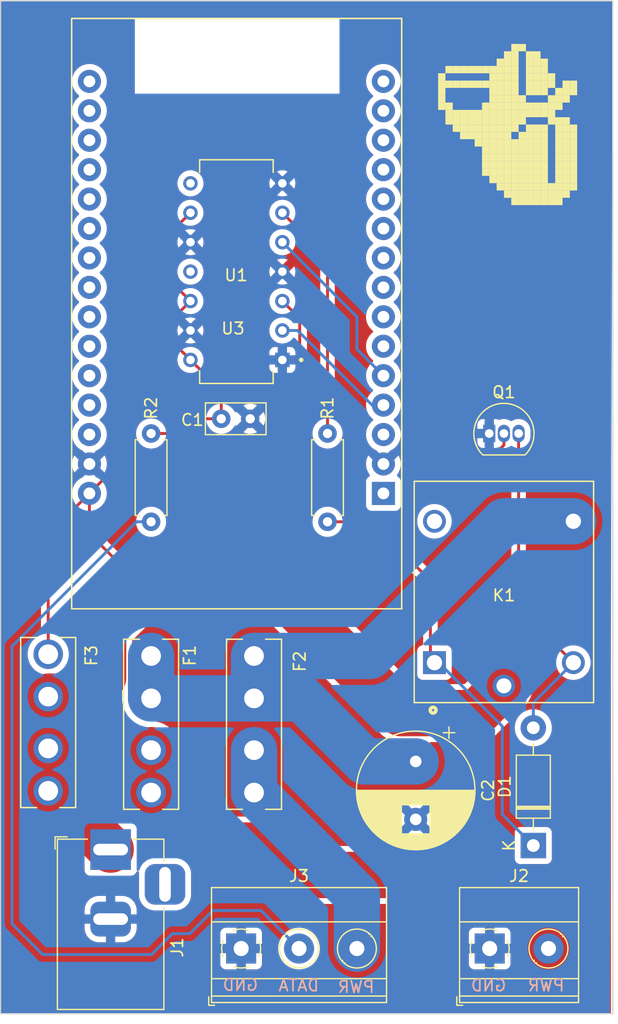
<source format=kicad_pcb>
(kicad_pcb (version 20221018) (generator pcbnew)
  (layers (0 "F.Cu" signal) (31 "B.Cu" signal) (34 "B.Paste" user) (35 "F.Paste" user) (36 "B.SilkS" user "B.Silkscreen") (37 "F.SilkS" user "F.Silkscreen") (38 "B.Mask" user) (39 "F.Mask" user) (44 "Edge.Cuts" user))
  (net 0 "")
  (net 1 "Vout-5V")
  (net 2 "Net-(D1-A)")
  (net 4 "Net-(Q1-B)")
  (net 5 "D4-5V")
  (net 6 "Net-(U1-1Y)")
  (net 7 "D2-3.3V")
  (net 35 "D4-3.3V")
  (net 36 "PWR_OUT_LED")
  (net 37 "Net-(J2-Pin_2)")
  (net 38 "LED_C+")
  (net 39 "Net-(F3-Pad1_1)")
  (net 40 "GNDREF")
  (net 41 "DATA-5V")
  (footprint "TerminalBlock_Phoenix:TerminalBlock_Phoenix_MKDS-1,5-3_1x03_P5.00mm_Horizontal" (layer "F.Cu") (at 144.94 144.78)
    (fp_text reference "J3")
    (fp_text value "Screw_Terminal_01x03")
  )
  (footprint "Resistor_THT:R_Axial_DIN0207_L6.3mm_D2.5mm_P7.62mm_Horizontal" (layer "F.Cu") (at 152.4 100.33 -90)
    (fp_text reference "R1")
    (fp_text value "1000R")
  )
  (footprint "Resistor_THT:R_Axial_DIN0207_L6.3mm_D2.5mm_P7.62mm_Horizontal" (layer "F.Cu") (at 137.16 100.33 -90)
    (fp_text reference "R2")
    (fp_text value "220R")
  )
  (footprint "Footprints & Symbols:FUSE_3544-2" (layer "F.Cu") (at 146.05 125.425 90)
    (fp_text reference "F2")
    (fp_text value "3544-2")
  )
  (footprint "Footprints & Symbols:DIP794W45P254L1930H508Q14" (layer "F.Cu") (at 144.53 86.36 180)
    (fp_text reference "U1")
    (fp_text value "SN74AHCT125PW")
  )
  (footprint "Footprints & Symbols:FUSE_3544-2" (layer "F.Cu") (at 128.27 125.275 90)
    (fp_text reference "F3")
    (fp_text value "3544-2")
  )
  (footprint "Package_TO_SOT_THT:TO-92_Inline" (layer "F.Cu") (at 166.37 100.33)
    (fp_text reference "Q1")
    (fp_text value "S8050")
  )
  (footprint "Diode_THT:D_DO-41_SOD81_P10.16mm_Horizontal" (layer "F.Cu") (at 170.18 135.89 90)
    (fp_text reference "D1")
    (fp_text value "1N4007")
  )
  (footprint "Footprints & Symbols:RELAY_SRD-05VDC-SL-C" (layer "F.Cu") (at 167.64 114.005309 90)
    (fp_text reference "K1")
    (fp_text value "SRD-05VDC-SL-C")
  )
  (footprint "Footprints & Symbols:FUSE_3544-2" (layer "F.Cu") (at 137.16 125.425 90)
    (fp_text reference "F1")
    (fp_text value "3544-2")
  )
  (footprint "Connector_BarrelJack:BarrelJack_Horizontal" (layer "F.Cu") (at 133.6625 136.24 90)
    (fp_text reference "J1")
    (fp_text value "Barrel_Jack")
  )
  (footprint "Capacitor_THT:CP_Radial_D10.0mm_P5.00mm" (layer "F.Cu") (at 160.02 128.632323 -90)
    (fp_text reference "C2")
    (fp_text value "1000uF")
  )
  (footprint "TerminalBlock_Phoenix:TerminalBlock_Phoenix_MKDS-1,5-2-5.08_1x02_P5.08mm_Horizontal" (layer "F.Cu") (at 166.41 144.78)
    (fp_text reference "J2")
    (fp_text value "Screw_Terminal_01x02")
  )
  (footprint "Capacitor_THT:C_Disc_D5.0mm_W2.5mm_P2.50mm" (layer "F.Cu") (at 143.220689 99.06)
    (fp_text reference "C1")
    (fp_text value "0.1uF")
  )
  (footprint "Footprints & Symbols:MODULE_ESP32_DEVKIT_V1" (layer "F.Cu") (at 144.53 89.985 180)
    (fp_text reference "U3")
    (fp_text value "ESP32-DEVKIT-V1")
  )
  (gr_poly (pts (xy 163.851664 69.871665) (xy 163.851664 70.503956) (xy 163.219372 70.503956) (xy 163.219372 69.871665)) (fill solid) (layer "F.SilkS"))
  (gr_poly (pts (xy 168.91 73.665416) (xy 168.91 74.297708) (xy 168.277708 74.297708) (xy 168.277708 73.665416)) (fill solid) (layer "F.SilkS"))
  (gr_poly (pts (xy 173.336043 77.459168) (xy 173.336043 78.09146) (xy 172.703751 78.09146) (xy 172.703751 77.459168)) (fill solid) (layer "F.SilkS"))
  (gr_poly (pts (xy 170.806876 71.76854) (xy 170.806876 72.400833) (xy 170.174583 72.400833) (xy 170.174583 71.76854)) (fill solid) (layer "F.SilkS"))
  (gr_poly (pts (xy 173.968336 75.562292) (xy 173.968336 76.194584) (xy 173.336043 76.194584) (xy 173.336043 75.562292)) (fill solid) (layer "F.SilkS"))
  (gr_poly (pts (xy 169.542291 79.988336) (xy 169.542291 80.620628) (xy 168.91 80.620628) (xy 168.91 79.988336)) (fill solid) (layer "F.SilkS"))
  (gr_poly (pts (xy 173.336043 70.503956) (xy 173.336043 71.136248) (xy 172.703751 71.136248) (xy 172.703751 70.503956)) (fill solid) (layer "F.SilkS"))
  (gr_poly (pts (xy 168.91 71.136248) (xy 168.91 71.76854) (xy 168.277708 71.76854) (xy 168.277708 71.136248)) (fill solid) (layer "F.SilkS"))
  (gr_poly (pts (xy 167.645416 70.503956) (xy 167.645416 71.136248) (xy 167.013124 71.136248) (xy 167.013124 70.503956)) (fill solid) (layer "F.SilkS"))
  (gr_poly (pts (xy 166.380832 69.871665) (xy 166.380832 70.503956) (xy 165.74854 70.503956) (xy 165.74854 69.871665)) (fill solid) (layer "F.SilkS"))
  (gr_poly (pts (xy 167.013124 74.297708) (xy 167.013124 74.93) (xy 166.380832 74.93) (xy 166.380832 74.297708)) (fill solid) (layer "F.SilkS"))
  (gr_poly (pts (xy 173.336043 78.723752) (xy 173.336043 79.356044) (xy 172.703751 79.356044) (xy 172.703751 78.723752)) (fill solid) (layer "F.SilkS"))
  (gr_poly (pts (xy 173.968336 76.826876) (xy 173.968336 77.459168) (xy 173.336043 77.459168) (xy 173.336043 76.826876)) (fill solid) (layer "F.SilkS"))
  (gr_poly (pts (xy 172.703751 73.033125) (xy 172.703751 73.665416) (xy 172.07146 73.665416) (xy 172.07146 73.033125)) (fill solid) (layer "F.SilkS"))
  (gr_poly (pts (xy 173.336043 73.033125) (xy 173.336043 73.665416) (xy 172.703751 73.665416) (xy 172.703751 73.033125)) (fill solid) (layer "F.SilkS"))
  (gr_poly (pts (xy 170.174583 70.503956) (xy 170.174583 71.136248) (xy 169.542291 71.136248) (xy 169.542291 70.503956)) (fill solid) (layer "F.SilkS"))
  (gr_poly (pts (xy 163.219372 68.60708) (xy 163.219372 69.239373) (xy 162.58708 69.239373) (xy 162.58708 68.60708)) (fill solid) (layer "F.SilkS"))
  (gr_poly (pts (xy 169.542291 76.826876) (xy 169.542291 77.459168) (xy 168.91 77.459168) (xy 168.91 76.826876)) (fill solid) (layer "F.SilkS"))
  (gr_poly (pts (xy 172.703751 79.988336) (xy 172.703751 80.620628) (xy 172.07146 80.620628) (xy 172.07146 79.988336)) (fill solid) (layer "F.SilkS"))
  (gr_poly (pts (xy 168.277708 69.239373) (xy 168.277708 69.871665) (xy 167.645416 69.871665) (xy 167.645416 69.239373)) (fill solid) (layer "F.SilkS"))
  (gr_poly (pts (xy 170.806876 69.871665) (xy 170.806876 70.503956) (xy 170.174583 70.503956) (xy 170.174583 69.871665)) (fill solid) (layer "F.SilkS"))
  (gr_poly (pts (xy 164.483956 72.400833) (xy 164.483956 73.033125) (xy 163.851664 73.033125) (xy 163.851664 72.400833)) (fill solid) (layer "F.SilkS"))
  (gr_poly (pts (xy 172.703751 71.76854) (xy 172.703751 72.400833) (xy 172.07146 72.400833) (xy 172.07146 71.76854)) (fill solid) (layer "F.SilkS"))
  (gr_poly (pts (xy 168.91 67.342497) (xy 168.91 67.974788) (xy 168.277708 67.974788) (xy 168.277708 67.342497)) (fill solid) (layer "F.SilkS"))
  (gr_poly (pts (xy 168.277708 78.723752) (xy 168.277708 79.356044) (xy 167.645416 79.356044) (xy 167.645416 78.723752)) (fill solid) (layer "F.SilkS"))
  (gr_poly (pts (xy 167.645416 76.194584) (xy 167.645416 76.826876) (xy 167.013124 76.826876) (xy 167.013124 76.194584)) (fill solid) (layer "F.SilkS"))
  (gr_poly (pts (xy 172.07146 79.356044) (xy 172.07146 79.988336) (xy 171.439168 79.988336) (xy 171.439168 79.356044)) (fill solid) (layer "F.SilkS"))
  (gr_poly (pts (xy 170.806876 79.356044) (xy 170.806876 79.988336) (xy 170.174583 79.988336) (xy 170.174583 79.356044)) (fill solid) (layer "F.SilkS"))
  (gr_poly (pts (xy 171.439168 70.503956) (xy 171.439168 71.136248) (xy 170.806876 71.136248) (xy 170.806876 70.503956)) (fill solid) (layer "F.SilkS"))
  (gr_poly (pts (xy 170.174583 72.400833) (xy 170.174583 73.033125) (xy 169.542291 73.033125) (xy 169.542291 72.400833)) (fill solid) (layer "F.SilkS"))
  (gr_poly (pts (xy 166.380832 74.297708) (xy 166.380832 74.93) (xy 165.74854 74.93) (xy 165.74854 74.297708)) (fill solid) (layer "F.SilkS"))
  (gr_poly (pts (xy 170.174583 68.60708) (xy 170.174583 69.239373) (xy 169.542291 69.239373) (xy 169.542291 68.60708)) (fill solid) (layer "F.SilkS"))
  (gr_poly (pts (xy 170.174583 74.297708) (xy 170.174583 74.93) (xy 169.542291 74.93) (xy 169.542291 74.297708)) (fill solid) (layer "F.SilkS"))
  (gr_poly (pts (xy 166.380832 73.665416) (xy 166.380832 74.297708) (xy 165.74854 74.297708) (xy 165.74854 73.665416)) (fill solid) (layer "F.SilkS"))
  (gr_poly (pts (xy 166.380832 75.562292) (xy 166.380832 76.194584) (xy 165.74854 76.194584) (xy 165.74854 75.562292)) (fill solid) (layer "F.SilkS"))
  (gr_poly (pts (xy 170.174583 69.239373) (xy 170.174583 69.871665) (xy 169.542291 69.871665) (xy 169.542291 69.239373)) (fill solid) (layer "F.SilkS"))
  (gr_poly (pts (xy 172.07146 78.723752) (xy 172.07146 79.356044) (xy 171.439168 79.356044) (xy 171.439168 78.723752)) (fill solid) (layer "F.SilkS"))
  (gr_poly (pts (xy 164.483956 73.665416) (xy 164.483956 74.297708) (xy 163.851664 74.297708) (xy 163.851664 73.665416)) (fill solid) (layer "F.SilkS"))
  (gr_poly (pts (xy 173.968336 78.09146) (xy 173.968336 78.723752) (xy 173.336043 78.723752) (xy 173.336043 78.09146)) (fill solid) (layer "F.SilkS"))
  (gr_poly (pts (xy 173.336043 71.136248) (xy 173.336043 71.76854) (xy 172.703751 71.76854) (xy 172.703751 71.136248)) (fill solid) (layer "F.SilkS"))
  (gr_poly (pts (xy 171.439168 78.723752) (xy 171.439168 79.356044) (xy 170.806876 79.356044) (xy 170.806876 78.723752)) (fill solid) (layer "F.SilkS"))
  (gr_poly (pts (xy 170.806876 75.562292) (xy 170.806876 76.194584) (xy 170.174583 76.194584) (xy 170.174583 75.562292)) (fill solid) (layer "F.SilkS"))
  (gr_poly (pts (xy 171.439168 79.988336) (xy 171.439168 80.620628) (xy 170.806876 80.620628) (xy 170.806876 79.988336)) (fill solid) (layer "F.SilkS"))
  (gr_poly (pts (xy 171.439168 72.400833) (xy 171.439168 73.033125) (xy 170.806876 73.033125) (xy 170.806876 72.400833)) (fill solid) (layer "F.SilkS"))
  (gr_poly (pts (xy 168.277708 73.033125) (xy 168.277708 73.665416) (xy 167.645416 73.665416) (xy 167.645416 73.033125)) (fill solid) (layer "F.SilkS"))
  (gr_poly (pts (xy 162.58708 71.136248) (xy 162.58708 71.76854) (xy 161.954788 71.76854) (xy 161.954788 71.136248)) (fill solid) (layer "F.SilkS"))
  (gr_poly (pts (xy 168.277708 76.826876) (xy 168.277708 77.459168) (xy 167.645416 77.459168) (xy 167.645416 76.826876)) (fill solid) (layer "F.SilkS"))
  (gr_poly (pts (xy 163.851664 72.400833) (xy 163.851664 73.033125) (xy 163.219372 73.033125) (xy 163.219372 72.400833)) (fill solid) (layer "F.SilkS"))
  (gr_poly (pts (xy 170.174583 77.459168) (xy 170.174583 78.09146) (xy 169.542291 78.09146) (xy 169.542291 77.459168)) (fill solid) (layer "F.SilkS"))
  (gr_poly (pts (xy 168.91 76.194584) (xy 168.91 76.826876) (xy 168.277708 76.826876) (xy 168.277708 76.194584)) (fill solid) (layer "F.SilkS"))
  (gr_poly (pts (xy 171.439168 77.459168) (xy 171.439168 78.09146) (xy 170.806876 78.09146) (xy 170.806876 77.459168)) (fill solid) (layer "F.SilkS"))
  (gr_poly (pts (xy 169.542291 73.033125) (xy 169.542291 73.665416) (xy 168.91 73.665416) (xy 168.91 73.033125)) (fill solid) (layer "F.SilkS"))
  (gr_poly (pts (xy 165.74854 73.665416) (xy 165.74854 74.297708) (xy 165.116248 74.297708) (xy 165.116248 73.665416)) (fill solid) (layer "F.SilkS"))
  (gr_poly (pts (xy 167.645416 72.400833) (xy 167.645416 73.033125) (xy 167.013124 73.033125) (xy 167.013124 72.400833)) (fill solid) (layer "F.SilkS"))
  (gr_poly (pts (xy 172.07146 73.033125) (xy 172.07146 73.665416) (xy 171.439168 73.665416) (xy 171.439168 73.033125)) (fill solid) (layer "F.SilkS"))
  (gr_poly (pts (xy 173.968336 78.723752) (xy 173.968336 79.356044) (xy 173.336043 79.356044) (xy 173.336043 78.723752)) (fill solid) (layer "F.SilkS"))
  (gr_poly (pts (xy 172.07146 69.871665) (xy 172.07146 70.503956) (xy 171.439168 70.503956) (xy 171.439168 69.871665)) (fill solid) (layer "F.SilkS"))
  (gr_poly (pts (xy 166.380832 76.826876) (xy 166.380832 77.459168) (xy 165.74854 77.459168) (xy 165.74854 76.826876)) (fill solid) (layer "F.SilkS"))
  (gr_poly (pts (xy 170.174583 71.76854) (xy 170.174583 72.400833) (xy 169.542291 72.400833) (xy 169.542291 71.76854)) (fill solid) (layer "F.SilkS"))
  (gr_poly (pts (xy 165.116248 73.665416) (xy 165.116248 74.297708) (xy 164.483956 74.297708) (xy 164.483956 73.665416)) (fill solid) (layer "F.SilkS"))
  (gr_poly (pts (xy 170.174583 76.194584) (xy 170.174583 76.826876) (xy 169.542291 76.826876) (xy 169.542291 76.194584)) (fill solid) (layer "F.SilkS"))
  (gr_poly (pts (xy 168.277708 74.93) (xy 168.277708 75.562292) (xy 167.645416 75.562292) (xy 167.645416 74.93)) (fill solid) (layer "F.SilkS"))
  (gr_poly (pts (xy 163.851664 68.60708) (xy 163.851664 69.239373) (xy 163.219372 69.239373) (xy 163.219372 68.60708)) (fill solid) (layer "F.SilkS"))
  (gr_poly (pts (xy 173.336043 74.93) (xy 173.336043 75.562292) (xy 172.703751 75.562292) (xy 172.703751 74.93)) (fill solid) (layer "F.SilkS"))
  (gr_poly (pts (xy 168.277708 79.356044) (xy 168.277708 79.988336) (xy 167.645416 79.988336) (xy 167.645416 79.356044)) (fill solid) (layer "F.SilkS"))
  (gr_poly (pts (xy 171.439168 73.665416) (xy 171.439168 74.297708) (xy 170.806876 74.297708) (xy 170.806876 73.665416)) (fill solid) (layer "F.SilkS"))
  (gr_poly (pts (xy 172.703751 76.826876) (xy 172.703751 77.459168) (xy 172.07146 77.459168) (xy 172.07146 76.826876)) (fill solid) (layer "F.SilkS"))
  (gr_poly (pts (xy 171.439168 78.09146) (xy 171.439168 78.723752) (xy 170.806876 78.723752) (xy 170.806876 78.09146)) (fill solid) (layer "F.SilkS"))
  (gr_poly (pts (xy 170.174583 78.09146) (xy 170.174583 78.723752) (xy 169.542291 78.723752) (xy 169.542291 78.09146)) (fill solid) (layer "F.SilkS"))
  (gr_poly (pts (xy 168.277708 72.400833) (xy 168.277708 73.033125) (xy 167.645416 73.033125) (xy 167.645416 72.400833)) (fill solid) (layer "F.SilkS"))
  (gr_poly (pts (xy 167.013124 73.665416) (xy 167.013124 74.297708) (xy 166.380832 74.297708) (xy 166.380832 73.665416)) (fill solid) (layer "F.SilkS"))
  (gr_poly (pts (xy 167.645416 76.826876) (xy 167.645416 77.459168) (xy 167.013124 77.459168) (xy 167.013124 76.826876)) (fill solid) (layer "F.SilkS"))
  (gr_poly (pts (xy 165.74854 74.93) (xy 165.74854 75.562292) (xy 165.116248 75.562292) (xy 165.116248 74.93)) (fill solid) (layer "F.SilkS"))
  (gr_poly (pts (xy 167.013124 72.400833) (xy 167.013124 73.033125) (xy 166.380832 73.033125) (xy 166.380832 72.400833)) (fill solid) (layer "F.SilkS"))
  (gr_poly (pts (xy 173.336043 73.665416) (xy 173.336043 74.297708) (xy 172.703751 74.297708) (xy 172.703751 73.665416)) (fill solid) (layer "F.SilkS"))
  (gr_poly (pts (xy 167.645416 74.93) (xy 167.645416 75.562292) (xy 167.013124 75.562292) (xy 167.013124 74.93)) (fill solid) (layer "F.SilkS"))
  (gr_poly (pts (xy 167.645416 71.136248) (xy 167.645416 71.76854) (xy 167.013124 71.76854) (xy 167.013124 71.136248)) (fill solid) (layer "F.SilkS"))
  (gr_poly (pts (xy 165.116248 74.297708) (xy 165.116248 74.93) (xy 164.483956 74.93) (xy 164.483956 74.297708)) (fill solid) (layer "F.SilkS"))
  (gr_poly (pts (xy 165.74854 74.297708) (xy 165.74854 74.93) (xy 165.116248 74.93) (xy 165.116248 74.297708)) (fill solid) (layer "F.SilkS"))
  (gr_poly (pts (xy 168.91 66.710205) (xy 168.91 67.342497) (xy 168.277708 67.342497) (xy 168.277708 66.710205)) (fill solid) (layer "F.SilkS"))
  (gr_poly (pts (xy 168.91 69.871665) (xy 168.91 70.503956) (xy 168.277708 70.503956) (xy 168.277708 69.871665)) (fill solid) (layer "F.SilkS"))
  (gr_poly (pts (xy 168.277708 67.342497) (xy 168.277708 67.974788) (xy 167.645416 67.974788) (xy 167.645416 67.342497)) (fill solid) (layer "F.SilkS"))
  (gr_poly (pts (xy 172.703751 77.459168) (xy 172.703751 78.09146) (xy 172.07146 78.09146) (xy 172.07146 77.459168)) (fill solid) (layer "F.SilkS"))
  (gr_poly (pts (xy 162.58708 69.871665) (xy 162.58708 70.503956) (xy 161.954788 70.503956) (xy 161.954788 69.871665)) (fill solid) (layer "F.SilkS"))
  (gr_poly (pts (xy 172.703751 79.356044) (xy 172.703751 79.988336) (xy 172.07146 79.988336) (xy 172.07146 79.356044)) (fill solid) (layer "F.SilkS"))
  (gr_poly (pts (xy 169.542291 78.09146) (xy 169.542291 78.723752) (xy 168.91 78.723752) (xy 168.91 78.09146)) (fill solid) (layer "F.SilkS"))
  (gr_poly (pts (xy 163.219372 69.871665) (xy 163.219372 70.503956) (xy 162.58708 70.503956) (xy 162.58708 69.871665)) (fill solid) (layer "F.SilkS"))
  (gr_poly (pts (xy 167.645416 73.665416) (xy 167.645416 74.297708) (xy 167.013124 74.297708) (xy 167.013124 73.665416)) (fill solid) (layer "F.SilkS"))
  (gr_poly (pts (xy 170.174583 69.871665) (xy 170.174583 70.503956) (xy 169.542291 70.503956) (xy 169.542291 69.871665)) (fill solid) (layer "F.SilkS"))
  (gr_poly (pts (xy 172.703751 73.665416) (xy 172.703751 74.297708) (xy 172.07146 74.297708) (xy 172.07146 73.665416)) (fill solid) (layer "F.SilkS"))
  (gr_poly (pts (xy 164.483956 73.033125) (xy 164.483956 73.665416) (xy 163.851664 73.665416) (xy 163.851664 73.033125)) (fill solid) (layer "F.SilkS"))
  (gr_poly (pts (xy 173.968336 69.871665) (xy 173.968336 70.503956) (xy 173.336043 70.503956) (xy 173.336043 69.871665)) (fill solid) (layer "F.SilkS"))
  (gr_poly (pts (xy 170.174583 67.974788) (xy 170.174583 68.60708) (xy 169.542291 68.60708) (xy 169.542291 67.974788)) (fill solid) (layer "F.SilkS"))
  (gr_poly (pts (xy 172.07146 71.76854) (xy 172.07146 72.400833) (xy 171.439168 72.400833) (xy 171.439168 71.76854)) (fill solid) (layer "F.SilkS"))
  (gr_poly (pts (xy 173.336043 78.09146) (xy 173.336043 78.723752) (xy 172.703751 78.723752) (xy 172.703751 78.09146)) (fill solid) (layer "F.SilkS"))
  (gr_poly (pts (xy 173.336043 79.356044) (xy 173.336043 79.988336) (xy 172.703751 79.988336) (xy 172.703751 79.356044)) (fill solid) (layer "F.SilkS"))
  (gr_poly (pts (xy 172.703751 78.723752) (xy 172.703751 79.356044) (xy 172.07146 79.356044) (xy 172.07146 78.723752)) (fill solid) (layer "F.SilkS"))
  (gr_poly (pts (xy 173.968336 76.194584) (xy 173.968336 76.826876) (xy 173.336043 76.826876) (xy 173.336043 76.194584)) (fill solid) (layer "F.SilkS"))
  (gr_poly (pts (xy 167.013124 71.76854) (xy 167.013124 72.400833) (xy 166.380832 72.400833) (xy 166.380832 71.76854)) (fill solid) (layer "F.SilkS"))
  (gr_poly (pts (xy 168.91 73.033125) (xy 168.91 73.665416) (xy 168.277708 73.665416) (xy 168.277708 73.033125)) (fill solid) (layer "F.SilkS"))
  (gr_poly (pts (xy 162.58708 71.76854) (xy 162.58708 72.400833) (xy 161.954788 72.400833) (xy 161.954788 71.76854)) (fill solid) (layer "F.SilkS"))
  (gr_poly (pts (xy 167.645416 71.76854) (xy 167.645416 72.400833) (xy 167.013124 72.400833) (xy 167.013124 71.76854)) (fill solid) (layer "F.SilkS"))
  (gr_poly (pts (xy 169.542291 78.723752) (xy 169.542291 79.356044) (xy 168.91 79.356044) (xy 168.91 78.723752)) (fill solid) (layer "F.SilkS"))
  (gr_poly (pts (xy 167.013124 71.136248) (xy 167.013124 71.76854) (xy 166.380832 71.76854) (xy 166.380832 71.136248)) (fill solid) (layer "F.SilkS"))
  (gr_poly (pts (xy 170.806876 74.297708) (xy 170.806876 74.93) (xy 170.174583 74.93) (xy 170.174583 74.297708)) (fill solid) (layer "F.SilkS"))
  (gr_poly (pts (xy 163.219372 72.400833) (xy 163.219372 73.033125) (xy 162.58708 73.033125) (xy 162.58708 72.400833)) (fill solid) (layer "F.SilkS"))
  (gr_poly (pts (xy 171.439168 69.239373) (xy 171.439168 69.871665) (xy 170.806876 69.871665) (xy 170.806876 69.239373)) (fill solid) (layer "F.SilkS"))
  (gr_poly (pts (xy 168.277708 76.194584) (xy 168.277708 76.826876) (xy 167.645416 76.826876) (xy 167.645416 76.194584)) (fill solid) (layer "F.SilkS"))
  (gr_poly (pts (xy 167.013124 78.09146) (xy 167.013124 78.723752) (xy 166.380832 78.723752) (xy 166.380832 78.09146)) (fill solid) (layer "F.SilkS"))
  (gr_poly (pts (xy 162.58708 70.503956) (xy 162.58708 71.136248) (xy 161.954788 71.136248) (xy 161.954788 70.503956)) (fill solid) (layer "F.SilkS"))
  (gr_poly (pts (xy 166.380832 72.400833) (xy 166.380832 73.033125) (xy 165.74854 73.033125) (xy 165.74854 72.400833)) (fill solid) (layer "F.SilkS"))
  (gr_poly (pts (xy 169.542291 71.76854) (xy 169.542291 72.400833) (xy 168.91 72.400833) (xy 168.91 71.76854)) (fill solid) (layer "F.SilkS"))
  (gr_poly (pts (xy 166.380832 68.60708) (xy 166.380832 69.239373) (xy 165.74854 69.239373) (xy 165.74854 68.60708)) (fill solid) (layer "F.SilkS"))
  (gr_poly (pts (xy 170.806876 78.723752) (xy 170.806876 79.356044) (xy 170.174583 79.356044) (xy 170.174583 78.723752)) (fill solid) (layer "F.SilkS"))
  (gr_poly (pts (xy 170.806876 79.988336) (xy 170.806876 80.620628) (xy 170.174583 80.620628) (xy 170.174583 79.988336)) (fill solid) (layer "F.SilkS"))
  (gr_poly (pts (xy 165.74854 72.400833) (xy 165.74854 73.033125) (xy 165.116248 73.033125) (xy 165.116248 72.400833)) (fill solid) (layer "F.SilkS"))
  (gr_poly (pts (xy 165.116248 69.871665) (xy 165.116248 70.503956) (xy 164.483956 70.503956) (xy 164.483956 69.871665)) (fill solid) (layer "F.SilkS"))
  (gr_poly (pts (xy 168.91 69.239373) (xy 168.91 69.871665) (xy 168.277708 69.871665) (xy 168.277708 69.239373)) (fill solid) (layer "F.SilkS"))
  (gr_poly (pts (xy 173.968336 74.297708) (xy 173.968336 74.93) (xy 173.336043 74.93) (xy 173.336043 74.297708)) (fill solid) (layer "F.SilkS"))
  (gr_poly (pts (xy 164.483956 74.297708) (xy 164.483956 74.93) (xy 163.851664 74.93) (xy 163.851664 74.297708)) (fill solid) (layer "F.SilkS"))
  (gr_poly (pts (xy 172.07146 71.136248) (xy 172.07146 71.76854) (xy 171.439168 71.76854) (xy 171.439168 71.136248)) (fill solid) (layer "F.SilkS"))
  (gr_poly (pts (xy 169.542291 79.356044) (xy 169.542291 79.988336) (xy 168.91 79.988336) (xy 168.91 79.356044)) (fill solid) (layer "F.SilkS"))
  (gr_poly (pts (xy 170.806876 67.342497) (xy 170.806876 67.974788) (xy 170.174583 67.974788) (xy 170.174583 67.342497)) (fill solid) (layer "F.SilkS"))
  (gr_poly (pts (xy 173.336043 76.826876) (xy 173.336043 77.459168) (xy 172.703751 77.459168) (xy 172.703751 76.826876)) (fill solid) (layer "F.SilkS"))
  (gr_poly (pts (xy 167.013124 76.194584) (xy 167.013124 76.826876) (xy 166.380832 76.826876) (xy 166.380832 76.194584)) (fill solid) (layer "F.SilkS"))
  (gr_poly (pts (xy 170.806876 70.503956) (xy 170.806876 71.136248) (xy 170.174583 71.136248) (xy 170.174583 70.503956)) (fill solid) (layer "F.SilkS"))
  (gr_poly (pts (xy 173.336043 75.562292) (xy 173.336043 76.194584) (xy 172.703751 76.194584) (xy 172.703751 75.562292)) (fill solid) (layer "F.SilkS"))
  (gr_poly (pts (xy 167.013124 68.60708) (xy 167.013124 69.239373) (xy 166.380832 69.239373) (xy 166.380832 68.60708)) (fill solid) (layer "F.SilkS"))
  (gr_poly (pts (xy 168.91 71.76854) (xy 168.91 72.400833) (xy 168.277708 72.400833) (xy 168.277708 71.76854)) (fill solid) (layer "F.SilkS"))
  (gr_poly (pts (xy 170.174583 67.342497) (xy 170.174583 67.974788) (xy 169.542291 67.974788) (xy 169.542291 67.342497)) (fill solid) (layer "F.SilkS"))
  (gr_poly (pts (xy 167.013124 69.239373) (xy 167.013124 69.871665) (xy 166.380832 69.871665) (xy 166.380832 69.239373)) (fill solid) (layer "F.SilkS"))
  (gr_poly (pts (xy 167.645416 77.459168) (xy 167.645416 78.09146) (xy 167.013124 78.09146) (xy 167.013124 77.459168)) (fill solid) (layer "F.SilkS"))
  (gr_poly (pts (xy 168.277708 77.459168) (xy 168.277708 78.09146) (xy 167.645416 78.09146) (xy 167.645416 77.459168)) (fill solid) (layer "F.SilkS"))
  (gr_poly (pts (xy 168.277708 68.60708) (xy 168.277708 69.239373) (xy 167.645416 69.239373) (xy 167.645416 68.60708)) (fill solid) (layer "F.SilkS"))
  (gr_poly (pts (xy 172.07146 69.239373) (xy 172.07146 69.871665) (xy 171.439168 69.871665) (xy 171.439168 69.239373)) (fill solid) (layer "F.SilkS"))
  (gr_poly (pts (xy 169.542291 74.93) (xy 169.542291 75.562292) (xy 168.91 75.562292) (xy 168.91 74.93)) (fill solid) (layer "F.SilkS"))
  (gr_poly (pts (xy 170.174583 75.562292) (xy 170.174583 76.194584) (xy 169.542291 76.194584) (xy 169.542291 75.562292)) (fill solid) (layer "F.SilkS"))
  (gr_poly (pts (xy 166.380832 74.93) (xy 166.380832 75.562292) (xy 165.74854 75.562292) (xy 165.74854 74.93)) (fill solid) (layer "F.SilkS"))
  (gr_poly (pts (xy 172.703751 74.93) (xy 172.703751 75.562292) (xy 172.07146 75.562292) (xy 172.07146 74.93)) (fill solid) (layer "F.SilkS"))
  (gr_poly (pts (xy 167.013124 75.562292) (xy 167.013124 76.194584) (xy 166.380832 76.194584) (xy 166.380832 75.562292)) (fill solid) (layer "F.SilkS"))
  (gr_poly (pts (xy 170.806876 74.93) (xy 170.806876 75.562292) (xy 170.174583 75.562292) (xy 170.174583 74.93)) (fill solid) (layer "F.SilkS"))
  (gr_poly (pts (xy 169.542291 76.194584) (xy 169.542291 76.826876) (xy 168.91 76.826876) (xy 168.91 76.194584)) (fill solid) (layer "F.SilkS"))
  (gr_poly (pts (xy 168.91 78.723752) (xy 168.91 79.356044) (xy 168.277708 79.356044) (xy 168.277708 78.723752)) (fill solid) (layer "F.SilkS"))
  (gr_poly (pts (xy 168.277708 70.503956) (xy 168.277708 71.136248) (xy 167.645416 71.136248) (xy 167.645416 70.503956)) (fill solid) (layer "F.SilkS"))
  (gr_poly (pts (xy 167.645416 68.60708) (xy 167.645416 69.239373) (xy 167.013124 69.239373) (xy 167.013124 68.60708)) (fill solid) (layer "F.SilkS"))
  (gr_poly (pts (xy 167.645416 78.723752) (xy 167.645416 79.356044) (xy 167.013124 79.356044) (xy 167.013124 78.723752)) (fill solid) (layer "F.SilkS"))
  (gr_poly (pts (xy 172.07146 72.400833) (xy 172.07146 73.033125) (xy 171.439168 73.033125) (xy 171.439168 72.400833)) (fill solid) (layer "F.SilkS"))
  (gr_poly (pts (xy 168.91 76.826876) (xy 168.91 77.459168) (xy 168.277708 77.459168) (xy 168.277708 76.826876)) (fill solid) (layer "F.SilkS"))
  (gr_poly (pts (xy 168.91 75.562292) (xy 168.91 76.194584) (xy 168.277708 76.194584) (xy 168.277708 75.562292)) (fill solid) (layer "F.SilkS"))
  (gr_poly (pts (xy 167.645416 73.033125) (xy 167.645416 73.665416) (xy 167.013124 73.665416) (xy 167.013124 73.033125)) (fill solid) (layer "F.SilkS"))
  (gr_poly (pts (xy 162.58708 69.239373) (xy 162.58708 69.871665) (xy 161.954788 69.871665) (xy 161.954788 69.239373)) (fill solid) (layer "F.SilkS"))
  (gr_poly (pts (xy 167.645416 69.239373) (xy 167.645416 69.871665) (xy 167.013124 69.871665) (xy 167.013124 69.239373)) (fill solid) (layer "F.SilkS"))
  (gr_poly (pts (xy 170.174583 74.93) (xy 170.174583 75.562292) (xy 169.542291 75.562292) (xy 169.542291 74.93)) (fill solid) (layer "F.SilkS"))
  (gr_poly (pts (xy 173.336043 74.297708) (xy 173.336043 74.93) (xy 172.703751 74.93) (xy 172.703751 74.297708)) (fill solid) (layer "F.SilkS"))
  (gr_poly (pts (xy 170.806876 76.194584) (xy 170.806876 76.826876) (xy 170.174583 76.826876) (xy 170.174583 76.194584)) (fill solid) (layer "F.SilkS"))
  (gr_poly (pts (xy 164.483956 68.60708) (xy 164.483956 69.239373) (xy 163.851664 69.239373) (xy 163.851664 68.60708)) (fill solid) (layer "F.SilkS"))
  (gr_poly (pts (xy 172.703751 75.562292) (xy 172.703751 76.194584) (xy 172.07146 76.194584) (xy 172.07146 75.562292)) (fill solid) (layer "F.SilkS"))
  (gr_poly (pts (xy 166.380832 73.033125) (xy 166.380832 73.665416) (xy 165.74854 73.665416) (xy 165.74854 73.033125)) (fill solid) (layer "F.SilkS"))
  (gr_poly (pts (xy 167.013124 77.459168) (xy 167.013124 78.09146) (xy 166.380832 78.09146) (xy 166.380832 77.459168)) (fill solid) (layer "F.SilkS"))
  (gr_poly (pts (xy 171.439168 67.974788) (xy 171.439168 68.60708) (xy 170.806876 68.60708) (xy 170.806876 67.974788)) (fill solid) (layer "F.SilkS"))
  (gr_poly (pts (xy 170.174583 76.826876) (xy 170.174583 77.459168) (xy 169.542291 77.459168) (xy 169.542291 76.826876)) (fill solid) (layer "F.SilkS"))
  (gr_poly (pts (xy 163.851664 73.033125) (xy 163.851664 73.665416) (xy 163.219372 73.665416) (xy 163.219372 73.033125)) (fill solid) (layer "F.SilkS"))
  (gr_poly (pts (xy 170.806876 69.239373) (xy 170.806876 69.871665) (xy 170.174583 69.871665) (xy 170.174583 69.239373)) (fill solid) (layer "F.SilkS"))
  (gr_poly (pts (xy 168.91 79.356044) (xy 168.91 79.988336) (xy 168.277708 79.988336) (xy 168.277708 79.356044)) (fill solid) (layer "F.SilkS"))
  (gr_poly (pts (xy 171.439168 75.562292) (xy 171.439168 76.194584) (xy 170.806876 76.194584) (xy 170.806876 75.562292)) (fill solid) (layer "F.SilkS"))
  (gr_poly (pts (xy 170.806876 72.400833) (xy 170.806876 73.033125) (xy 170.174583 73.033125) (xy 170.174583 72.400833)) (fill solid) (layer "F.SilkS"))
  (gr_poly (pts (xy 167.013124 69.871665) (xy 167.013124 70.503956) (xy 166.380832 70.503956) (xy 166.380832 69.871665)) (fill solid) (layer "F.SilkS"))
  (gr_poly (pts (xy 168.91 77.459168) (xy 168.91 78.09146) (xy 168.277708 78.09146) (xy 168.277708 77.459168)) (fill solid) (layer "F.SilkS"))
  (gr_poly (pts (xy 169.542291 74.297708) (xy 169.542291 74.93) (xy 168.91 74.93) (xy 168.91 74.297708)) (fill solid) (layer "F.SilkS"))
  (gr_poly (pts (xy 171.439168 69.871665) (xy 171.439168 70.503956) (xy 170.806876 70.503956) (xy 170.806876 69.871665)) (fill solid) (layer "F.SilkS"))
  (gr_poly (pts (xy 172.703751 78.09146) (xy 172.703751 78.723752) (xy 172.07146 78.723752) (xy 172.07146 78.09146)) (fill solid) (layer "F.SilkS"))
  (gr_poly (pts (xy 172.703751 76.194584) (xy 172.703751 76.826876) (xy 172.07146 76.826876) (xy 172.07146 76.194584)) (fill solid) (layer "F.SilkS"))
  (gr_poly (pts (xy 167.645416 69.871665) (xy 167.645416 70.503956) (xy 167.013124 70.503956) (xy 167.013124 69.871665)) (fill solid) (layer "F.SilkS"))
  (gr_poly (pts (xy 167.013124 70.503956) (xy 167.013124 71.136248) (xy 166.380832 71.136248) (xy 166.380832 70.503956)) (fill solid) (layer "F.SilkS"))
  (gr_poly (pts (xy 170.806876 77.459168) (xy 170.806876 78.09146) (xy 170.174583 78.09146) (xy 170.174583 77.459168)) (fill solid) (layer "F.SilkS"))
  (gr_poly (pts (xy 173.336043 76.194584) (xy 173.336043 76.826876) (xy 172.703751 76.826876) (xy 172.703751 76.194584)) (fill solid) (layer "F.SilkS"))
  (gr_poly (pts (xy 170.806876 68.60708) (xy 170.806876 69.239373) (xy 170.174583 69.239373) (xy 170.174583 68.60708)) (fill solid) (layer "F.SilkS"))
  (gr_poly (pts (xy 169.542291 77.459168) (xy 169.542291 78.09146) (xy 168.91 78.09146) (xy 168.91 77.459168)) (fill solid) (layer "F.SilkS"))
  (gr_poly (pts (xy 167.645416 74.297708) (xy 167.645416 74.93) (xy 167.013124 74.93) (xy 167.013124 74.297708)) (fill solid) (layer "F.SilkS"))
  (gr_poly (pts (xy 170.174583 78.723752) (xy 170.174583 79.356044) (xy 169.542291 79.356044) (xy 169.542291 78.723752)) (fill solid) (layer "F.SilkS"))
  (gr_poly (pts (xy 166.380832 76.194584) (xy 166.380832 76.826876) (xy 165.74854 76.826876) (xy 165.74854 76.194584)) (fill solid) (layer "F.SilkS"))
  (gr_poly (pts (xy 172.07146 79.988336) (xy 172.07146 80.620628) (xy 171.439168 80.620628) (xy 171.439168 79.988336)) (fill solid) (layer "F.SilkS"))
  (gr_poly (pts (xy 173.968336 77.459168) (xy 173.968336 78.09146) (xy 173.336043 78.09146) (xy 173.336043 77.459168)) (fill solid) (layer "F.SilkS"))
  (gr_poly (pts (xy 168.277708 78.09146) (xy 168.277708 78.723752) (xy 167.645416 78.723752) (xy 167.645416 78.09146)) (fill solid) (layer "F.SilkS"))
  (gr_poly (pts (xy 168.91 78.09146) (xy 168.91 78.723752) (xy 168.277708 78.723752) (xy 168.277708 78.09146)) (fill solid) (layer "F.SilkS"))
  (gr_poly (pts (xy 168.277708 75.562292) (xy 168.277708 76.194584) (xy 167.645416 76.194584) (xy 167.645416 75.562292)) (fill solid) (layer "F.SilkS"))
  (gr_poly (pts (xy 166.380832 77.459168) (xy 166.380832 78.09146) (xy 165.74854 78.09146) (xy 165.74854 77.459168)) (fill solid) (layer "F.SilkS"))
  (gr_poly (pts (xy 167.013124 76.826876) (xy 167.013124 77.459168) (xy 166.380832 77.459168) (xy 166.380832 76.826876)) (fill solid) (layer "F.SilkS"))
  (gr_poly (pts (xy 173.968336 73.665416) (xy 173.968336 74.297708) (xy 173.336043 74.297708) (xy 173.336043 73.665416)) (fill solid) (layer "F.SilkS"))
  (gr_poly (pts (xy 169.542291 75.562292) (xy 169.542291 76.194584) (xy 168.91 76.194584) (xy 168.91 75.562292)) (fill solid) (layer "F.SilkS"))
  (gr_poly (pts (xy 171.439168 68.60708) (xy 171.439168 69.239373) (xy 170.806876 69.239373) (xy 170.806876 68.60708)) (fill solid) (layer "F.SilkS"))
  (gr_poly (pts (xy 165.116248 68.60708) (xy 165.116248 69.239373) (xy 164.483956 69.239373) (xy 164.483956 68.60708)) (fill solid) (layer "F.SilkS"))
  (gr_poly (pts (xy 171.439168 79.356044) (xy 171.439168 79.988336) (xy 170.806876 79.988336) (xy 170.806876 79.356044)) (fill solid) (layer "F.SilkS"))
  (gr_poly (pts (xy 170.806876 78.09146) (xy 170.806876 78.723752) (xy 170.174583 78.723752) (xy 170.174583 78.09146)) (fill solid) (layer "F.SilkS"))
  (gr_poly (pts (xy 165.74854 68.60708) (xy 165.74854 69.239373) (xy 165.116248 69.239373) (xy 165.116248 68.60708)) (fill solid) (layer "F.SilkS"))
  (gr_poly (pts (xy 168.91 70.503956) (xy 168.91 71.136248) (xy 168.277708 71.136248) (xy 168.277708 70.503956)) (fill solid) (layer "F.SilkS"))
  (gr_poly (pts (xy 172.703751 74.297708) (xy 172.703751 74.93) (xy 172.07146 74.93) (xy 172.07146 74.297708)) (fill solid) (layer "F.SilkS"))
  (gr_poly (pts (xy 170.806876 76.826876) (xy 170.806876 77.459168) (xy 170.174583 77.459168) (xy 170.174583 76.826876)) (fill solid) (layer "F.SilkS"))
  (gr_poly (pts (xy 165.116248 72.400833) (xy 165.116248 73.033125) (xy 164.483956 73.033125) (xy 164.483956 72.400833)) (fill solid) (layer "F.SilkS"))
  (gr_poly (pts (xy 168.91 79.988336) (xy 168.91 80.620628) (xy 168.277708 80.620628) (xy 168.277708 79.988336)) (fill solid) (layer "F.SilkS"))
  (gr_poly (pts (xy 167.645416 75.562292) (xy 167.645416 76.194584) (xy 167.013124 76.194584) (xy 167.013124 75.562292)) (fill solid) (layer "F.SilkS"))
  (gr_poly (pts (xy 168.91 72.400833) (xy 168.91 73.033125) (xy 168.277708 73.033125) (xy 168.277708 72.400833)) (fill solid) (layer "F.SilkS"))
  (gr_poly (pts (xy 170.174583 73.665416) (xy 170.174583 74.297708) (xy 169.542291 74.297708) (xy 169.542291 73.665416)) (fill solid) (layer "F.SilkS"))
  (gr_poly (pts (xy 170.174583 79.988336) (xy 170.174583 80.620628) (xy 169.542291 80.620628) (xy 169.542291 79.988336)) (fill solid) (layer "F.SilkS"))
  (gr_poly (pts (xy 169.542291 66.710205) (xy 169.542291 67.342497) (xy 168.91 67.342497) (xy 168.91 66.710205)) (fill solid) (layer "F.SilkS"))
  (gr_poly (pts (xy 171.439168 74.93) (xy 171.439168 75.562292) (xy 170.806876 75.562292) (xy 170.806876 74.93)) (fill solid) (layer "F.SilkS"))
  (gr_poly (pts (xy 173.336043 69.871665) (xy 173.336043 70.503956) (xy 172.703751 70.503956) (xy 172.703751 69.871665)) (fill solid) (layer "F.SilkS"))
  (gr_poly (pts (xy 163.219372 71.76854) (xy 163.219372 72.400833) (xy 162.58708 72.400833) (xy 162.58708 71.76854)) (fill solid) (layer "F.SilkS"))
  (gr_poly (pts (xy 164.483956 69.871665) (xy 164.483956 70.503956) (xy 163.851664 70.503956) (xy 163.851664 69.871665)) (fill solid) (layer "F.SilkS"))
  (gr_poly (pts (xy 170.806876 73.665416) (xy 170.806876 74.297708) (xy 170.174583 74.297708) (xy 170.174583 73.665416)) (fill solid) (layer "F.SilkS"))
  (gr_poly (pts (xy 173.968336 70.503956) (xy 173.968336 71.136248) (xy 173.336043 71.136248) (xy 173.336043 70.503956)) (fill solid) (layer "F.SilkS"))
  (gr_poly (pts (xy 172.703751 71.136248) (xy 172.703751 71.76854) (xy 172.07146 71.76854) (xy 172.07146 71.136248)) (fill solid) (layer "F.SilkS"))
  (gr_poly (pts (xy 168.277708 73.665416) (xy 168.277708 74.297708) (xy 167.645416 74.297708) (xy 167.645416 73.665416)) (fill solid) (layer "F.SilkS"))
  (gr_poly (pts (xy 165.74854 69.871665) (xy 165.74854 70.503956) (xy 165.116248 70.503956) (xy 165.116248 69.871665)) (fill solid) (layer "F.SilkS"))
  (gr_poly (pts (xy 168.91 74.93) (xy 168.91 75.562292) (xy 168.277708 75.562292) (xy 168.277708 74.93)) (fill solid) (layer "F.SilkS"))
  (gr_poly (pts (xy 167.645416 67.974788) (xy 167.645416 68.60708) (xy 167.013124 68.60708) (xy 167.013124 67.974788)) (fill solid) (layer "F.SilkS"))
  (gr_poly (pts (xy 168.91 67.974788) (xy 168.91 68.60708) (xy 168.277708 68.60708) (xy 168.277708 67.974788)) (fill solid) (layer "F.SilkS"))
  (gr_poly (pts (xy 169.542291 72.400833) (xy 169.542291 73.033125) (xy 168.91 73.033125) (xy 168.91 72.400833)) (fill solid) (layer "F.SilkS"))
  (gr_poly (pts (xy 173.968336 74.93) (xy 173.968336 75.562292) (xy 173.336043 75.562292) (xy 173.336043 74.93)) (fill solid) (layer "F.SilkS"))
  (gr_poly (pts (xy 171.439168 71.76854) (xy 171.439168 72.400833) (xy 170.806876 72.400833) (xy 170.806876 71.76854)) (fill solid) (layer "F.SilkS"))
  (gr_poly (pts (xy 168.277708 74.297708) (xy 168.277708 74.93) (xy 167.645416 74.93) (xy 167.645416 74.297708)) (fill solid) (layer "F.SilkS"))
  (gr_poly (pts (xy 168.91 68.60708) (xy 168.91 69.239373) (xy 168.277708 69.239373) (xy 168.277708 68.60708)) (fill solid) (layer "F.SilkS"))
  (gr_poly (pts (xy 170.806876 67.974788) (xy 170.806876 68.60708) (xy 170.174583 68.60708) (xy 170.174583 67.974788)) (fill solid) (layer "F.SilkS"))
  (gr_poly (pts (xy 163.851664 73.665416) (xy 163.851664 74.297708) (xy 163.219372 74.297708) (xy 163.219372 73.665416)) (fill solid) (layer "F.SilkS"))
  (gr_poly (pts (xy 163.219372 73.033125) (xy 163.219372 73.665416) (xy 162.58708 73.665416) (xy 162.58708 73.033125)) (fill solid) (layer "F.SilkS"))
  (gr_poly (pts (xy 168.277708 69.871665) (xy 168.277708 70.503956) (xy 167.645416 70.503956) (xy 167.645416 69.871665)) (fill solid) (layer "F.SilkS"))
  (gr_poly (pts (xy 171.439168 74.297708) (xy 171.439168 74.93) (xy 170.806876 74.93) (xy 170.806876 74.297708)) (fill solid) (layer "F.SilkS"))
  (gr_poly (pts (xy 172.703751 70.503956) (xy 172.703751 71.136248) (xy 172.07146 71.136248) (xy 172.07146 70.503956)) (fill solid) (layer "F.SilkS"))
  (gr_poly (pts (xy 167.013124 74.93) (xy 167.013124 75.562292) (xy 166.380832 75.562292) (xy 166.380832 74.93)) (fill solid) (layer "F.SilkS"))
  (gr_poly (pts (xy 171.439168 76.194584) (xy 171.439168 76.826876) (xy 170.806876 76.826876) (xy 170.806876 76.194584)) (fill solid) (layer "F.SilkS"))
  (gr_poly (pts (xy 167.013124 73.033125) (xy 167.013124 73.665416) (xy 166.380832 73.665416) (xy 166.380832 73.033125)) (fill solid) (layer "F.SilkS"))
  (gr_poly (pts (xy 168.277708 71.136248) (xy 168.277708 71.76854) (xy 167.645416 71.76854) (xy 167.645416 71.136248)) (fill solid) (layer "F.SilkS"))
  (gr_poly (pts (xy 165.116248 73.033125) (xy 165.116248 73.665416) (xy 164.483956 73.665416) (xy 164.483956 73.033125)) (fill solid) (layer "F.SilkS"))
  (gr_poly (pts (xy 171.439168 76.826876) (xy 171.439168 77.459168) (xy 170.806876 77.459168) (xy 170.806876 76.826876)) (fill solid) (layer "F.SilkS"))
  (gr_poly (pts (xy 168.277708 67.974788) (xy 168.277708 68.60708) (xy 167.645416 68.60708) (xy 167.645416 67.974788)) (fill solid) (layer "F.SilkS"))
  (gr_poly (pts (xy 167.645416 78.09146) (xy 167.645416 78.723752) (xy 167.013124 78.723752) (xy 167.013124 78.09146)) (fill solid) (layer "F.SilkS"))
  (gr_poly (pts (xy 166.380832 71.76854) (xy 166.380832 72.400833) (xy 165.74854 72.400833) (xy 165.74854 71.76854)) (fill solid) (layer "F.SilkS"))
  (gr_poly (pts (xy 168.277708 71.76854) (xy 168.277708 72.400833) (xy 167.645416 72.400833) (xy 167.645416 71.76854)) (fill solid) (layer "F.SilkS"))
  (gr_poly (pts (xy 169.542291 71.136248) (xy 169.542291 71.76854) (xy 168.91 71.76854) (xy 168.91 71.136248)) (fill solid) (layer "F.SilkS"))
  (gr_poly (pts (xy 165.74854 73.033125) (xy 165.74854 73.665416) (xy 165.116248 73.665416) (xy 165.116248 73.033125)) (fill solid) (layer "F.SilkS"))
  (gr_poly (pts (xy 170.174583 79.356044) (xy 170.174583 79.988336) (xy 169.542291 79.988336) (xy 169.542291 79.356044)) (fill solid) (layer "F.SilkS"))
  (gr_rect (start 124.155436 62.985108) (end 177.044935 150.40917) (stroke (width 0.1)) (fill none) (layer "Edge.Cuts"))
  (gr_text "PWR" (at 156.546445 148.682103) (layer "B.SilkS") (effects (font (size 1 1)) (justify left bottom mirror)))
  (gr_text "GND" (at 167.941706 148.546445) (layer "B.SilkS") (effects (font (size 1 1)) (justify left bottom mirror)))
  (gr_text "GND" (at 146.5 148.5) (layer "B.SilkS") (effects (font (size 1 1)) (justify left bottom mirror)))
  (gr_text "DATA" (at 151.753201 148.546445) (layer "B.SilkS") (effects (font (size 1 1)) (justify left bottom mirror)))
  (gr_text "PWR" (at 172.961047 148.546445) (layer "B.SilkS") (effects (font (size 1 1)) (justify left bottom mirror)))
  (segment (start 128.27 111.76) (end 129.54 110.49) (width 0.25) (layer "F.Cu") (net 1))
  (segment (start 139 90.46) (end 140.56 88.9) (width 0.25) (layer "F.Cu") (net 1))
  (segment (start 143.220689 96.640689) (end 143.220689 99.06) (width 0.25) (layer "F.Cu") (net 1))
  (segment (start 134.62 102.71) (end 134.62 99.06) (width 0.25) (layer "F.Cu") (net 1))
  (segment (start 135.89 97.79) (end 139.7 97.79) (width 0.25) (layer "F.Cu") (net 1))
  (segment (start 129.54 107.79) (end 131.83 105.5) (width 0.25) (layer "F.Cu") (net 1))
  (segment (start 161.64 120.105309) (end 161.29 119.755309) (width 0.25) (layer "F.Cu") (net 1))
  (segment (start 129.54 110.49) (end 129.54 107.79) (width 0.25) (layer "F.Cu") (net 1))
  (segment (start 140.56 93.98) (end 143.220689 96.640689) (width 0.25) (layer "F.Cu") (net 1))
  (segment (start 131.83 108.97) (end 131.83 105.5) (width 0.25) (layer "F.Cu") (net 1))
  (segment (start 139.7 97.79) (end 140.97 99.06) (width 0.25) (layer "F.Cu") (net 1))
  (segment (start 128.27 119.38) (end 128.27 111.76) (width 0.25) (layer "F.Cu") (net 1))
  (segment (start 139 92.42) (end 139 90.46) (width 0.25) (layer "F.Cu") (net 1))
  (segment (start 139 82.84) (end 140.56 81.28) (width 0.25) (layer "F.Cu") (net 1))
  (segment (start 140.56 93.98) (end 139 92.42) (width 0.25) (layer "F.Cu") (net 1))
  (segment (start 134.62 99.06) (end 135.89 97.79) (width 0.25) (layer "F.Cu") (net 1))
  (segment (start 161.29 119.755309) (end 161.29 113.03) (width 0.25) (layer "F.Cu") (net 1))
  (segment (start 131.83 105.5) (end 134.62 102.71) (width 0.25) (layer "F.Cu") (net 1))
  (segment (start 160.02 111.76) (end 134.62 111.76) (width 0.25) (layer "F.Cu") (net 1))
  (segment (start 134.62 111.76) (end 131.83 108.97) (width 0.25) (layer "F.Cu") (net 1))
  (segment (start 139 87.34) (end 139 82.84) (width 0.25) (layer "F.Cu") (net 1))
  (segment (start 161.29 113.03) (end 160.02 111.76) (width 0.25) (layer "F.Cu") (net 1))
  (segment (start 140.97 99.06) (end 143.220689 99.06) (width 0.25) (layer "F.Cu") (net 1))
  (segment (start 140.56 88.9) (end 139 87.34) (width 0.25) (layer "F.Cu") (net 1))
  (segment (start 167.5 133.21) (end 167.5 125.59) (width 0.25) (layer "B.Cu") (net 1))
  (segment (start 170.18 135.89) (end 167.5 133.21) (width 0.25) (layer "B.Cu") (net 1))
  (segment (start 162.015309 120.105309) (end 161.64 120.105309) (width 0.25) (layer "B.Cu") (net 1))
  (segment (start 167.5 125.59) (end 162.015309 120.105309) (width 0.25) (layer "B.Cu") (net 1))
  (segment (start 168.91 100.33) (end 168.91 115.375309) (width 0.25) (layer "F.Cu") (net 2))
  (segment (start 168.91 115.375309) (end 173.64 120.105309) (width 0.25) (layer "F.Cu") (net 2))
  (segment (start 170.18 123.565309) (end 173.64 120.105309) (width 0.25) (layer "B.Cu") (net 2))
  (segment (start 170.18 125.73) (end 170.18 123.565309) (width 0.25) (layer "B.Cu") (net 2))
  (segment (start 160 105.5) (end 160 106.5) (width 0.25) (layer "F.Cu") (net 4))
  (segment (start 163.47 105.5) (end 160 105.5) (width 0.25) (layer "F.Cu") (net 4))
  (segment (start 167.64 101.33) (end 163.47 105.5) (width 0.25) (layer "F.Cu") (net 4))
  (segment (start 158.55 107.95) (end 152.4 107.95) (width 0.25) (layer "F.Cu") (net 4))
  (segment (start 167.64 100.33) (end 167.64 101.33) (width 0.25) (layer "F.Cu") (net 4))
  (segment (start 160 106.5) (end 158.55 107.95) (width 0.25) (layer "F.Cu") (net 4))
  (segment (start 152.4 85.18) (end 148.5 81.28) (width 0.25) (layer "F.Cu") (net 5))
  (segment (start 152.4 100.33) (end 152.4 85.18) (width 0.25) (layer "F.Cu") (net 5))
  (segment (start 150 101.6) (end 150 90.4) (width 0.25) (layer "F.Cu") (net 6))
  (segment (start 139.7 100.33) (end 140.97 101.6) (width 0.25) (layer "F.Cu") (net 6))
  (segment (start 150 90.4) (end 148.5 88.9) (width 0.25) (layer "F.Cu") (net 6))
  (segment (start 137.16 100.33) (end 139.7 100.33) (width 0.25) (layer "F.Cu") (net 6))
  (segment (start 140.97 101.6) (end 150 101.6) (width 0.25) (layer "F.Cu") (net 6))
  (segment (start 149.815 91.44) (end 148.5 91.44) (width 0.25) (layer "B.Cu") (net 7))
  (segment (start 156.255 97.88) (end 149.815 91.44) (width 0.25) (layer "B.Cu") (net 7))
  (segment (start 157.23 97.88) (end 156.255 97.88) (width 0.25) (layer "B.Cu") (net 7))
  (segment (start 157.23 95.34) (end 154.94 93.05) (width 0.25) (layer "B.Cu") (net 35))
  (segment (start 154.94 90.26) (end 148.5 83.82) (width 0.25) (layer "B.Cu") (net 35))
  (segment (start 154.94 93.05) (end 154.94 90.26) (width 0.25) (layer "B.Cu") (net 35))
  (segment (start 135.89 114.3) (end 133.015 117.175) (width 4) (layer "F.Cu") (net 36))
  (segment (start 131.343122 123.04) (end 128.27 123.04) (width 4) (layer "F.Cu") (net 36))
  (segment (start 148.59 114.3) (end 135.89 114.3) (width 4) (layer "F.Cu") (net 36))
  (segment (start 165.285309 124.46) (end 158.75 124.46) (width 4) (layer "F.Cu") (net 36))
  (segment (start 133.015 117.175) (end 133.015 121.368122) (width 4) (layer "F.Cu") (net 36))
  (segment (start 167.64 122.105309) (end 165.285309 124.46) (width 4) (layer "F.Cu") (net 36))
  (segment (start 133.015 121.368122) (end 131.343122 123.04) (width 4) (layer "F.Cu") (net 36))
  (segment (start 158.75 124.46) (end 148.59 114.3) (width 4) (layer "F.Cu") (net 36))
  (segment (start 171.41 143.47) (end 166.37 138.43) (width 4) (layer "F.Cu") (net 37))
  (segment (start 171.41 144.78) (end 171.41 143.47) (width 4) (layer "F.Cu") (net 37))
  (segment (start 166.37 138.43) (end 148.59 138.43) (width 4) (layer "F.Cu") (net 37))
  (segment (start 148.59 138.43) (end 146.05 135.89) (width 4) (layer "F.Cu") (net 37))
  (segment (start 137.16 127.66) (end 137.16 131.32) (width 4) (layer "F.Cu") (net 37))
  (segment (start 141.73 135.89) (end 137.16 131.32) (width 4) (layer "F.Cu") (net 37))
  (segment (start 146.05 135.89) (end 141.73 135.89) (width 4) (layer "F.Cu") (net 37))
  (segment (start 155.632323 128.632323) (end 150.19 123.19) (width 4) (layer "B.Cu") (net 38))
  (segment (start 167.684691 107.905309) (end 173.64 107.905309) (width 4) (layer "B.Cu") (net 38))
  (segment (start 146.05 131.32) (end 146.05 127.66) (width 4) (layer "B.Cu") (net 38))
  (segment (start 137.16 119.53) (end 137.16 123.19) (width 4) (layer "B.Cu") (net 38))
  (segment (start 160.02 128.632323) (end 155.632323 128.632323) (width 4) (layer "B.Cu") (net 38))
  (segment (start 154.94 140.21) (end 146.05 131.32) (width 4) (layer "B.Cu") (net 38))
  (segment (start 156.06 119.53) (end 167.684691 107.905309) (width 4) (layer "B.Cu") (net 38))
  (segment (start 146.05 119.53) (end 156.06 119.53) (width 4) (layer "B.Cu") (net 38))
  (segment (start 146.05 123.19) (end 137.16 123.19) (width 4) (layer "B.Cu") (net 38))
  (segment (start 150.19 123.19) (end 146.05 123.19) (width 4) (layer "B.Cu") (net 38))
  (segment (start 146.05 123.19) (end 146.05 119.53) (width 4) (layer "B.Cu") (net 38))
  (segment (start 154.94 144.78) (end 154.94 140.21) (width 4) (layer "B.Cu") (net 38))
  (segment (start 128.63 131.17) (end 128.27 131.17) (width 4) (layer "F.Cu") (net 39))
  (segment (start 133.6625 136.24) (end 133.6625 136.2025) (width 4) (layer "F.Cu") (net 39))
  (segment (start 133.6625 136.2025) (end 128.63 131.17) (width 4) (layer "F.Cu") (net 39))
  (segment (start 128.27 131.17) (end 128.27 127.51) (width 4) (layer "F.Cu") (net 39))
  (segment (start 125.14 142.64) (end 127.8 145.3) (width 0.25) (layer "B.Cu") (net 41))
  (segment (start 142.5 141.5) (end 146.66 141.5) (width 0.25) (layer "B.Cu") (net 41))
  (segment (start 139 143.5) (end 140.5 143.5) (width 0.25) (layer "B.Cu") (net 41))
  (segment (start 140.5 143.5) (end 142.5 141.5) (width 0.25) (layer "B.Cu") (net 41))
  (segment (start 135.89 107.95) (end 125.14 118.7) (width 0.25) (layer "B.Cu") (net 41))
  (segment (start 137.16 107.95) (end 135.89 107.95) (width 0.25) (layer "B.Cu") (net 41))
  (segment (start 137.2 145.3) (end 139 143.5) (width 0.25) (layer "B.Cu") (net 41))
  (segment (start 127.8 145.3) (end 137.2 145.3) (width 0.25) (layer "B.Cu") (net 41))
  (segment (start 125.14 118.7) (end 125.14 142.64) (width 0.25) (layer "B.Cu") (net 41))
  (segment (start 146.66 141.5) (end 149.94 144.78) (width 0.25) (layer "B.Cu") (net 41))
  (zone (net 40) (net_name "GNDREF") (layer "F.Cu") (priority 3) (connect_pads (clearance 0.5)) (min_thickness 0.25) (fill yes (thermal_gap 0.5) (thermal_bridge_width 0.8))
    (polygon (pts (xy 176.88 63.08) (xy 124.19 63.08) (xy 124.19 150.405867) (xy 176.88 150.405867)))
  )
  (zone (net 40) (net_name "GNDREF") (layer "B.Cu") (connect_pads (clearance 0.5)) (min_thickness 0.25) (fill yes (thermal_gap 0.5) (thermal_bridge_width 0.8))
    (polygon (pts (xy 177.038 62.992) (xy 124.206 62.992) (xy 124.206 150.368) (xy 176.784 150.368)))
  )
)
</source>
